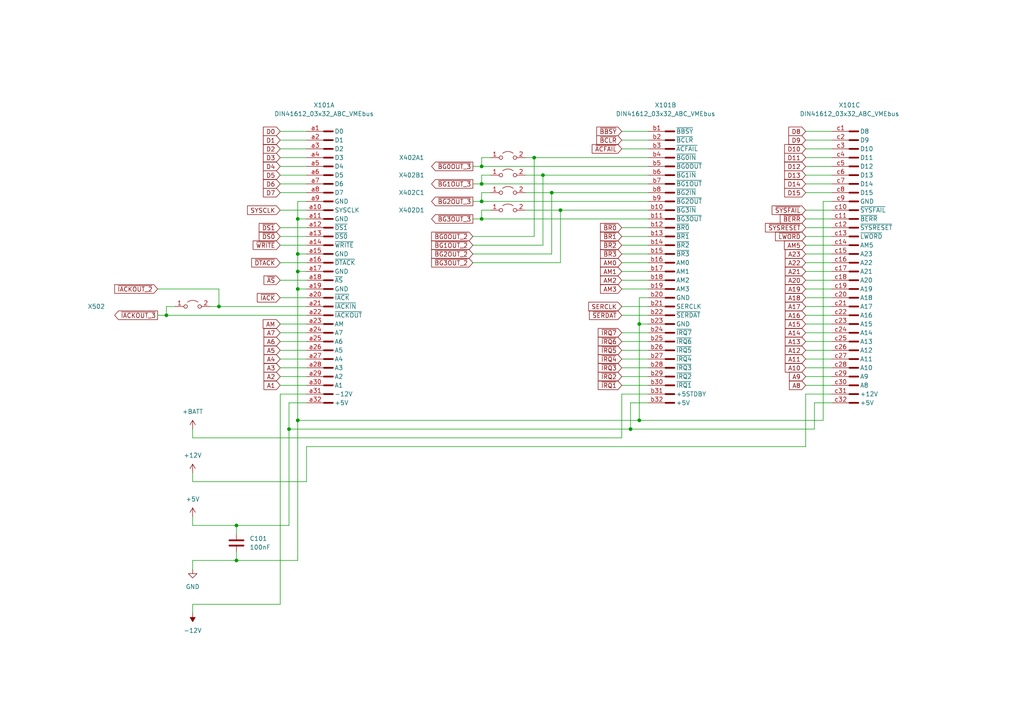
<source format=kicad_sch>
(kicad_sch (version 20211123) (generator eeschema)
  (paper "A4")
  (title_block (title "SOCKET 1") (date "2023-10-10") (rev "1") (company "(C) TOM STOREY") (comment 1 "FREE FOR NON-COMMERCIAL USE"))
  (lib_symbols
    (symbol "COMET symbols:C" (pin_numbers hide) (pin_names hide)
      (property "Reference" "C" (at 0 0 0))
      (property "Value" "C" (at 0 0 0))
      (symbol "C_0_1"
        (polyline (pts (xy -2.032 -0.762) (xy 2.032 -0.762)) (stroke (width 0.508)))
        (polyline (pts (xy -2.032 0.762) (xy 2.032 0.762)) (stroke (width 0.508)))
      )
      (symbol "C_1_1"
        (pin passive line (at 0 2.54 270) (length 1.524) (name "~") (number "1"))
        (pin passive line (at 0 -2.54 90) (length 1.524) (name "~") (number "2"))
      )
    )
    (symbol "COMET symbols:DIN41612_03x32_ABC_VMEbus" (pin_names (offset 3.048))
      (property "Reference" "X1" (at -20.32 45.72 0))
      (property "Value" "DIN41612_03x32_ABC_VMEbus" (at -20.32 43.18 0))
      (symbol "DIN41612_03x32_ABC_VMEbus_1_1"
        (polyline (pts (xy 0 -40.64) (xy 2.54 -40.64)) (stroke (width 0.508)))
        (polyline (pts (xy 0 -38.1) (xy 2.54 -38.1)) (stroke (width 0.508)))
        (polyline (pts (xy 0 -35.56) (xy 2.54 -35.56)) (stroke (width 0.508)))
        (polyline (pts (xy 0 -33.02) (xy 2.54 -33.02)) (stroke (width 0.508)))
        (polyline (pts (xy 0 -30.48) (xy 2.54 -30.48)) (stroke (width 0.508)))
        (polyline (pts (xy 0 -27.94) (xy 2.54 -27.94)) (stroke (width 0.508)))
        (polyline (pts (xy 0 -25.4) (xy 2.54 -25.4)) (stroke (width 0.508)))
        (polyline (pts (xy 0 -22.86) (xy 2.54 -22.86)) (stroke (width 0.508)))
        (polyline (pts (xy 0 -20.32) (xy 2.54 -20.32)) (stroke (width 0.508)))
        (polyline (pts (xy 0 -17.78) (xy 2.54 -17.78)) (stroke (width 0.508)))
        (polyline (pts (xy 0 -15.24) (xy 2.54 -15.24)) (stroke (width 0.508)))
        (polyline (pts (xy 0 -12.7) (xy 2.54 -12.7)) (stroke (width 0.508)))
        (polyline (pts (xy 0 -10.16) (xy 2.54 -10.16)) (stroke (width 0.508)))
        (polyline (pts (xy 0 -7.62) (xy 2.54 -7.62)) (stroke (width 0.508)))
        (polyline (pts (xy 0 -5.08) (xy 2.54 -5.08)) (stroke (width 0.508)))
        (polyline (pts (xy 0 -2.54) (xy 2.54 -2.54)) (stroke (width 0.508)))
        (polyline (pts (xy 0 0) (xy 2.54 0)) (stroke (width 0.508)))
        (polyline (pts (xy 0 2.54) (xy 2.54 2.54)) (stroke (width 0.508)))
        (polyline (pts (xy 0 5.08) (xy 2.54 5.08)) (stroke (width 0.508)))
        (polyline (pts (xy 0 7.62) (xy 2.54 7.62)) (stroke (width 0.508)))
        (polyline (pts (xy 0 10.16) (xy 2.54 10.16)) (stroke (width 0.508)))
        (polyline (pts (xy 0 12.7) (xy 2.54 12.7)) (stroke (width 0.508)))
        (polyline (pts (xy 0 15.24) (xy 2.54 15.24)) (stroke (width 0.508)))
        (polyline (pts (xy 0 17.78) (xy 2.54 17.78)) (stroke (width 0.508)))
        (polyline (pts (xy 0 20.32) (xy 2.54 20.32)) (stroke (width 0.508)))
        (polyline (pts (xy 0 22.86) (xy 2.54 22.86)) (stroke (width 0.508)))
        (polyline (pts (xy 0 25.4) (xy 2.54 25.4)) (stroke (width 0.508)))
        (polyline (pts (xy 0 27.94) (xy 2.54 27.94)) (stroke (width 0.508)))
        (polyline (pts (xy 0 30.48) (xy 2.54 30.48)) (stroke (width 0.508)))
        (polyline (pts (xy 0 33.02) (xy 2.54 33.02)) (stroke (width 0.508)))
        (polyline (pts (xy 0 35.56) (xy 2.54 35.56)) (stroke (width 0.508)))
        (polyline (pts (xy 0 38.1) (xy 2.54 38.1)) (stroke (width 0.508)))
        (pin passive line (at -5.08 38.1 0) (length 5.08) (name "D0") (number "a1"))
        (pin passive line (at -5.08 15.24 0) (length 5.08) (name "SYSCLK") (number "a10"))
        (pin passive line (at -5.08 12.7 0) (length 5.08) (name "GND") (number "a11"))
        (pin passive line (at -5.08 10.16 0) (length 5.08) (name "~{DS1}") (number "a12"))
        (pin passive line (at -5.08 7.62 0) (length 5.08) (name "~{DS0}") (number "a13"))
        (pin passive line (at -5.08 5.08 0) (length 5.08) (name "~{WRITE}") (number "a14"))
        (pin passive line (at -5.08 2.54 0) (length 5.08) (name "GND") (number "a15"))
        (pin passive line (at -5.08 0 0) (length 5.08) (name "~{DTACK}") (number "a16"))
        (pin passive line (at -5.08 -2.54 0) (length 5.08) (name "GND") (number "a17"))
        (pin passive line (at -5.08 -5.08 0) (length 5.08) (name "~{AS}") (number "a18"))
        (pin passive line (at -5.08 -7.62 0) (length 5.08) (name "GND") (number "a19"))
        (pin passive line (at -5.08 35.56 0) (length 5.08) (name "D1") (number "a2"))
        (pin passive line (at -5.08 -10.16 0) (length 5.08) (name "~{IACK}") (number "a20"))
        (pin passive line (at -5.08 -12.7 0) (length 5.08) (name "~{IACKIN}") (number "a21"))
        (pin passive line (at -5.08 -15.24 0) (length 5.08) (name "~{IACKOUT}") (number "a22"))
        (pin passive line (at -5.08 -17.78 0) (length 5.08) (name "AM") (number "a23"))
        (pin passive line (at -5.08 -20.32 0) (length 5.08) (name "A7") (number "a24"))
        (pin passive line (at -5.08 -22.86 0) (length 5.08) (name "A6") (number "a25"))
        (pin passive line (at -5.08 -25.4 0) (length 5.08) (name "A5") (number "a26"))
        (pin passive line (at -5.08 -27.94 0) (length 5.08) (name "A4") (number "a27"))
        (pin passive line (at -5.08 -30.48 0) (length 5.08) (name "A3") (number "a28"))
        (pin passive line (at -5.08 -33.02 0) (length 5.08) (name "A2") (number "a29"))
        (pin passive line (at -5.08 33.02 0) (length 5.08) (name "D2") (number "a3"))
        (pin passive line (at -5.08 -35.56 0) (length 5.08) (name "A1") (number "a30"))
        (pin passive line (at -5.08 -38.1 0) (length 5.08) (name "-12V") (number "a31"))
        (pin passive line (at -5.08 -40.64 0) (length 5.08) (name "+5V") (number "a32"))
        (pin passive line (at -5.08 30.48 0) (length 5.08) (name "D3") (number "a4"))
        (pin passive line (at -5.08 27.94 0) (length 5.08) (name "D4") (number "a5"))
        (pin passive line (at -5.08 25.4 0) (length 5.08) (name "D5") (number "a6"))
        (pin passive line (at -5.08 22.86 0) (length 5.08) (name "D6") (number "a7"))
        (pin passive line (at -5.08 20.32 0) (length 5.08) (name "D7") (number "a8"))
        (pin passive line (at -5.08 17.78 0) (length 5.08) (name "GND") (number "a9"))
      )
      (symbol "DIN41612_03x32_ABC_VMEbus_2_1"
        (polyline (pts (xy 0 -40.64) (xy 2.54 -40.64)) (stroke (width 0.508)))
        (polyline (pts (xy 0 -38.1) (xy 2.54 -38.1)) (stroke (width 0.508)))
        (polyline (pts (xy 0 -35.56) (xy 2.54 -35.56)) (stroke (width 0.508)))
        (polyline (pts (xy 0 -33.02) (xy 2.54 -33.02)) (stroke (width 0.508)))
        (polyline (pts (xy 0 -30.48) (xy 2.54 -30.48)) (stroke (width 0.508)))
        (polyline (pts (xy 0 -27.94) (xy 2.54 -27.94)) (stroke (width 0.508)))
        (polyline (pts (xy 0 -25.4) (xy 2.54 -25.4)) (stroke (width 0.508)))
        (polyline (pts (xy 0 -22.86) (xy 2.54 -22.86)) (stroke (width 0.508)))
        (polyline (pts (xy 0 -20.32) (xy 2.54 -20.32)) (stroke (width 0.508)))
        (polyline (pts (xy 0 -17.78) (xy 2.54 -17.78)) (stroke (width 0.508)))
        (polyline (pts (xy 0 -15.24) (xy 2.54 -15.24)) (stroke (width 0.508)))
        (polyline (pts (xy 0 -12.7) (xy 2.54 -12.7)) (stroke (width 0.508)))
        (polyline (pts (xy 0 -10.16) (xy 2.54 -10.16)) (stroke (width 0.508)))
        (polyline (pts (xy 0 -7.62) (xy 2.54 -7.62)) (stroke (width 0.508)))
        (polyline (pts (xy 0 -5.08) (xy 2.54 -5.08)) (stroke (width 0.508)))
        (polyline (pts (xy 0 -2.54) (xy 2.54 -2.54)) (stroke (width 0.508)))
        (polyline (pts (xy 0 0) (xy 2.54 0)) (stroke (width 0.508)))
        (polyline (pts (xy 0 2.54) (xy 2.54 2.54)) (stroke (width 0.508)))
        (polyline (pts (xy 0 5.08) (xy 2.54 5.08)) (stroke (width 0.508)))
        (polyline (pts (xy 0 7.62) (xy 2.54 7.62)) (stroke (width 0.508)))
        (polyline (pts (xy 0 10.16) (xy 2.54 10.16)) (stroke (width 0.508)))
        (polyline (pts (xy 0 12.7) (xy 2.54 12.7)) (stroke (width 0.508)))
        (polyline (pts (xy 0 15.24) (xy 2.54 15.24)) (stroke (width 0.508)))
        (polyline (pts (xy 0 17.78) (xy 2.54 17.78)) (stroke (width 0.508)))
        (polyline (pts (xy 0 20.32) (xy 2.54 20.32)) (stroke (width 0.508)))
        (polyline (pts (xy 0 22.86) (xy 2.54 22.86)) (stroke (width 0.508)))
        (polyline (pts (xy 0 25.4) (xy 2.54 25.4)) (stroke (width 0.508)))
        (polyline (pts (xy 0 27.94) (xy 2.54 27.94)) (stroke (width 0.508)))
        (polyline (pts (xy 0 30.48) (xy 2.54 30.48)) (stroke (width 0.508)))
        (polyline (pts (xy 0 33.02) (xy 2.54 33.02)) (stroke (width 0.508)))
        (polyline (pts (xy 0 35.56) (xy 2.54 35.56)) (stroke (width 0.508)))
        (polyline (pts (xy 0 38.1) (xy 2.54 38.1)) (stroke (width 0.508)))
        (pin passive line (at -5.08 38.1 0) (length 5.08) (name "~{BBSY}") (number "b1"))
        (pin passive line (at -5.08 15.24 0) (length 5.08) (name "~{BG3IN}") (number "b10"))
        (pin passive line (at -5.08 12.7 0) (length 5.08) (name "~{BG3OUT}") (number "b11"))
        (pin passive line (at -5.08 10.16 0) (length 5.08) (name "~{BR0}") (number "b12"))
        (pin passive line (at -5.08 7.62 0) (length 5.08) (name "~{BR1}") (number "b13"))
        (pin passive line (at -5.08 5.08 0) (length 5.08) (name "~{BR2}") (number "b14"))
        (pin passive line (at -5.08 2.54 0) (length 5.08) (name "~{BR3}") (number "b15"))
        (pin passive line (at -5.08 0 0) (length 5.08) (name "AM0") (number "b16"))
        (pin passive line (at -5.08 -2.54 0) (length 5.08) (name "AM1") (number "b17"))
        (pin passive line (at -5.08 -5.08 0) (length 5.08) (name "AM2") (number "b18"))
        (pin passive line (at -5.08 -7.62 0) (length 5.08) (name "AM3") (number "b19"))
        (pin passive line (at -5.08 35.56 0) (length 5.08) (name "~{BCLR}") (number "b2"))
        (pin passive line (at -5.08 -10.16 0) (length 5.08) (name "GND") (number "b20"))
        (pin passive line (at -5.08 -12.7 0) (length 5.08) (name "SERCLK") (number "b21"))
        (pin passive line (at -5.08 -15.24 0) (length 5.08) (name "~{SERDAT}") (number "b22"))
        (pin passive line (at -5.08 -17.78 0) (length 5.08) (name "GND") (number "b23"))
        (pin passive line (at -5.08 -20.32 0) (length 5.08) (name "~{IRQ7}") (number "b24"))
        (pin passive line (at -5.08 -22.86 0) (length 5.08) (name "~{IRQ6}") (number "b25"))
        (pin passive line (at -5.08 -25.4 0) (length 5.08) (name "~{IRQ5}") (number "b26"))
        (pin passive line (at -5.08 -27.94 0) (length 5.08) (name "~{IRQ4}") (number "b27"))
        (pin passive line (at -5.08 -30.48 0) (length 5.08) (name "~{IRQ3}") (number "b28"))
        (pin passive line (at -5.08 -33.02 0) (length 5.08) (name "~{IRQ2}") (number "b29"))
        (pin passive line (at -5.08 33.02 0) (length 5.08) (name "~{ACFAIL}") (number "b3"))
        (pin passive line (at -5.08 -35.56 0) (length 5.08) (name "~{IRQ1}") (number "b30"))
        (pin passive line (at -5.08 -38.1 0) (length 5.08) (name "+5STDBY") (number "b31"))
        (pin passive line (at -5.08 -40.64 0) (length 5.08) (name "+5V") (number "b32"))
        (pin passive line (at -5.08 30.48 0) (length 5.08) (name "~{BG0IN}") (number "b4"))
        (pin passive line (at -5.08 27.94 0) (length 5.08) (name "~{BG0OUT}") (number "b5"))
        (pin passive line (at -5.08 25.4 0) (length 5.08) (name "~{BG1IN}") (number "b6"))
        (pin passive line (at -5.08 22.86 0) (length 5.08) (name "~{BG1OUT}") (number "b7"))
        (pin passive line (at -5.08 20.32 0) (length 5.08) (name "~{BG2IN}") (number "b8"))
        (pin passive line (at -5.08 17.78 0) (length 5.08) (name "~{BG2OUT}") (number "b9"))
      )
      (symbol "DIN41612_03x32_ABC_VMEbus_3_1"
        (polyline (pts (xy 0 -40.64) (xy 2.54 -40.64)) (stroke (width 0.508)))
        (polyline (pts (xy 0 -38.1) (xy 2.54 -38.1)) (stroke (width 0.508)))
        (polyline (pts (xy 0 -35.56) (xy 2.54 -35.56)) (stroke (width 0.508)))
        (polyline (pts (xy 0 -33.02) (xy 2.54 -33.02)) (stroke (width 0.508)))
        (polyline (pts (xy 0 -30.48) (xy 2.54 -30.48)) (stroke (width 0.508)))
        (polyline (pts (xy 0 -27.94) (xy 2.54 -27.94)) (stroke (width 0.508)))
        (polyline (pts (xy 0 -25.4) (xy 2.54 -25.4)) (stroke (width 0.508)))
        (polyline (pts (xy 0 -22.86) (xy 2.54 -22.86)) (stroke (width 0.508)))
        (polyline (pts (xy 0 -20.32) (xy 2.54 -20.32)) (stroke (width 0.508)))
        (polyline (pts (xy 0 -17.78) (xy 2.54 -17.78)) (stroke (width 0.508)))
        (polyline (pts (xy 0 -15.24) (xy 2.54 -15.24)) (stroke (width 0.508)))
        (polyline (pts (xy 0 -12.7) (xy 2.54 -12.7)) (stroke (width 0.508)))
        (polyline (pts (xy 0 -10.16) (xy 2.54 -10.16)) (stroke (width 0.508)))
        (polyline (pts (xy 0 -7.62) (xy 2.54 -7.62)) (stroke (width 0.508)))
        (polyline (pts (xy 0 -5.08) (xy 2.54 -5.08)) (stroke (width 0.508)))
        (polyline (pts (xy 0 -2.54) (xy 2.54 -2.54)) (stroke (width 0.508)))
        (polyline (pts (xy 0 0) (xy 2.54 0)) (stroke (width 0.508)))
        (polyline (pts (xy 0 2.54) (xy 2.54 2.54)) (stroke (width 0.508)))
        (polyline (pts (xy 0 5.08) (xy 2.54 5.08)) (stroke (width 0.508)))
        (polyline (pts (xy 0 7.62) (xy 2.54 7.62)) (stroke (width 0.508)))
        (polyline (pts (xy 0 10.16) (xy 2.54 10.16)) (stroke (width 0.508)))
        (polyline (pts (xy 0 12.7) (xy 2.54 12.7)) (stroke (width 0.508)))
        (polyline (pts (xy 0 15.24) (xy 2.54 15.24)) (stroke (width 0.508)))
        (polyline (pts (xy 0 17.78) (xy 2.54 17.78)) (stroke (width 0.508)))
        (polyline (pts (xy 0 20.32) (xy 2.54 20.32)) (stroke (width 0.508)))
        (polyline (pts (xy 0 22.86) (xy 2.54 22.86)) (stroke (width 0.508)))
        (polyline (pts (xy 0 25.4) (xy 2.54 25.4)) (stroke (width 0.508)))
        (polyline (pts (xy 0 27.94) (xy 2.54 27.94)) (stroke (width 0.508)))
        (polyline (pts (xy 0 30.48) (xy 2.54 30.48)) (stroke (width 0.508)))
        (polyline (pts (xy 0 33.02) (xy 2.54 33.02)) (stroke (width 0.508)))
        (polyline (pts (xy 0 35.56) (xy 2.54 35.56)) (stroke (width 0.508)))
        (polyline (pts (xy 0 38.1) (xy 2.54 38.1)) (stroke (width 0.508)))
        (pin passive line (at -5.08 38.1 0) (length 5.08) (name "D8") (number "c1"))
        (pin passive line (at -5.08 15.24 0) (length 5.08) (name "~{SYSFAIL}") (number "c10"))
        (pin passive line (at -5.08 12.7 0) (length 5.08) (name "~{BERR}") (number "c11"))
        (pin passive line (at -5.08 10.16 0) (length 5.08) (name "~{SYSRESET}") (number "c12"))
        (pin passive line (at -5.08 7.62 0) (length 5.08) (name "~{LWORD}") (number "c13"))
        (pin passive line (at -5.08 5.08 0) (length 5.08) (name "AM5") (number "c14"))
        (pin passive line (at -5.08 2.54 0) (length 5.08) (name "A23") (number "c15"))
        (pin passive line (at -5.08 0 0) (length 5.08) (name "A22") (number "c16"))
        (pin passive line (at -5.08 -2.54 0) (length 5.08) (name "A21") (number "c17"))
        (pin passive line (at -5.08 -5.08 0) (length 5.08) (name "A20") (number "c18"))
        (pin passive line (at -5.08 -7.62 0) (length 5.08) (name "A19") (number "c19"))
        (pin passive line (at -5.08 35.56 0) (length 5.08) (name "D9") (number "c2"))
        (pin passive line (at -5.08 -10.16 0) (length 5.08) (name "A18") (number "c20"))
        (pin passive line (at -5.08 -12.7 0) (length 5.08) (name "A17") (number "c21"))
        (pin passive line (at -5.08 -15.24 0) (length 5.08) (name "A16") (number "c22"))
        (pin passive line (at -5.08 -17.78 0) (length 5.08) (name "A15") (number "c23"))
        (pin passive line (at -5.08 -20.32 0) (length 5.08) (name "A14") (number "c24"))
        (pin passive line (at -5.08 -22.86 0) (length 5.08) (name "A13") (number "c25"))
        (pin passive line (at -5.08 -25.4 0) (length 5.08) (name "A12") (number "c26"))
        (pin passive line (at -5.08 -27.94 0) (length 5.08) (name "A11") (number "c27"))
        (pin passive line (at -5.08 -30.48 0) (length 5.08) (name "A10") (number "c28"))
        (pin passive line (at -5.08 -33.02 0) (length 5.08) (name "A9") (number "c29"))
        (pin passive line (at -5.08 33.02 0) (length 5.08) (name "D10") (number "c3"))
        (pin passive line (at -5.08 -35.56 0) (length 5.08) (name "A8") (number "c30"))
        (pin passive line (at -5.08 -38.1 0) (length 5.08) (name "+12V") (number "c31"))
        (pin passive line (at -5.08 -40.64 0) (length 5.08) (name "+5V") (number "c32"))
        (pin passive line (at -5.08 30.48 0) (length 5.08) (name "D11") (number "c4"))
        (pin passive line (at -5.08 27.94 0) (length 5.08) (name "D12") (number "c5"))
        (pin passive line (at -5.08 25.4 0) (length 5.08) (name "D13") (number "c6"))
        (pin passive line (at -5.08 22.86 0) (length 5.08) (name "D14") (number "c7"))
        (pin passive line (at -5.08 20.32 0) (length 5.08) (name "D15") (number "c8"))
        (pin passive line (at -5.08 17.78 0) (length 5.08) (name "GND") (number "c9"))
      )
    )
    (symbol "Jumper:Jumper_2_Open" (pin_names (offset 0) hide)
      (property "Reference" "JP" (at 0 2.794 0))
      (property "Value" "Jumper_2_Open" (at 0 -2.286 0))
      (symbol "Jumper_2_Open_0_0"
        (circle (center -2.032 0) (radius 0.508))
        (circle (center 2.032 0) (radius 0.508))
      )
      (symbol "Jumper_2_Open_0_1"
        (arc (start 1.524 1.27) (mid 0 1.778) (end -1.524 1.27))
      )
      (symbol "Jumper_2_Open_1_1"
        (pin passive line (at -5.08 0 0) (length 2.54) (name "A") (number "1"))
        (pin passive line (at 5.08 0 180) (length 2.54) (name "B") (number "2"))
      )
    )
    (symbol "power:+12V" (power) (pin_names (offset 0))
      (property "Value" "+12V" (at 0 3.556 0))
      (symbol "+12V_0_1"
        (polyline (pts (xy -0.762 1.27) (xy 0 2.54)))
        (polyline (pts (xy 0 0) (xy 0 2.54)))
        (polyline (pts (xy 0 2.54) (xy 0.762 1.27)))
      )
      (symbol "+12V_1_1"
        (pin power_in line (at 0 0 90) (length 0) hide (name "+12V") (number "1"))
      )
    )
    (symbol "power:+5V" (power) (pin_names (offset 0))
      (property "Value" "+5V" (at 0 3.556 0))
      (symbol "+5V_0_1"
        (polyline (pts (xy -0.762 1.27) (xy 0 2.54)))
        (polyline (pts (xy 0 0) (xy 0 2.54)))
        (polyline (pts (xy 0 2.54) (xy 0.762 1.27)))
      )
      (symbol "+5V_1_1"
        (pin power_in line (at 0 0 90) (length 0) hide (name "+5V") (number "1"))
      )
    )
    (symbol "power:+BATT" (power) (pin_names (offset 0))
      (property "Value" "+BATT" (at 0 3.556 0))
      (symbol "+BATT_0_1"
        (polyline (pts (xy -0.762 1.27) (xy 0 2.54)))
        (polyline (pts (xy 0 0) (xy 0 2.54)))
        (polyline (pts (xy 0 2.54) (xy 0.762 1.27)))
      )
      (symbol "+BATT_1_1"
        (pin power_in line (at 0 0 90) (length 0) hide (name "+BATT") (number "1"))
      )
    )
    (symbol "power:-12V" (power) (pin_names (offset 0))
      (property "Value" "-12V" (at 0 3.81 0))
      (symbol "-12V_0_0"
        (pin power_in line (at 0 0 90) (length 0) hide (name "-12V") (number "1"))
      )
      (symbol "-12V_0_1"
        (polyline (pts (xy 0 0) (xy 0 1.27) (xy 0.762 1.27) (xy 0 2.54) (xy -0.762 1.27) (xy 0 1.27)) (fill (type outline)))
      )
    )
    (symbol "power:GND" (power) (pin_names (offset 0))
      (property "Value" "GND" (at 0 -3.81 0))
      (symbol "GND_0_1"
        (polyline (pts (xy 0 0) (xy 0 -1.27) (xy 1.27 -1.27) (xy 0 -2.54) (xy -1.27 -1.27) (xy 0 -1.27)))
      )
      (symbol "GND_1_1"
        (pin power_in line (at 0 0 270) (length 0) hide (name "GND") (number "1"))
      )
    )
  )
  (junction (at 157.48 50.8))
  (junction (at 63.5 88.9))
  (junction (at 86.36 83.82))
  (junction (at 139.7 58.42))
  (junction (at 139.7 63.5))
  (junction (at 86.36 63.5))
  (junction (at 48.26 91.44))
  (junction (at 154.94 45.72))
  (junction (at 139.7 53.34))
  (junction (at 86.36 78.74))
  (junction (at 139.7 48.26))
  (junction (at 185.42 93.98))
  (junction (at 185.42 121.92))
  (junction (at 83.82 124.46))
  (junction (at 160.02 55.88))
  (junction (at 162.56 60.96))
  (junction (at 86.36 73.66))
  (junction (at 68.58 152.4))
  (junction (at 182.88 124.46))
  (junction (at 68.58 162.56))
  (junction (at 86.36 121.92))
  (wire (pts (xy 238.76 58.42) (xy 238.76 121.92)))
  (wire (pts (xy 137.16 73.66) (xy 160.02 73.66)))
  (wire (pts (xy 152.4 50.8) (xy 157.48 50.8)))
  (wire (pts (xy 180.34 83.82) (xy 187.96 83.82)))
  (wire (pts (xy 233.68 106.68) (xy 241.3 106.68)))
  (wire (pts (xy 81.28 60.96) (xy 88.9 60.96)))
  (wire (pts (xy 180.34 43.18) (xy 187.96 43.18)))
  (wire (pts (xy 68.58 160.02) (xy 68.58 162.56)))
  (wire (pts (xy 137.16 53.34) (xy 139.7 53.34)))
  (wire (pts (xy 233.68 55.88) (xy 241.3 55.88)))
  (wire (pts (xy 233.68 91.44) (xy 241.3 91.44)))
  (wire (pts (xy 86.36 78.74) (xy 88.9 78.74)))
  (wire (pts (xy 81.28 106.68) (xy 88.9 106.68)))
  (wire (pts (xy 137.16 63.5) (xy 139.7 63.5)))
  (wire (pts (xy 233.68 71.12) (xy 241.3 71.12)))
  (wire (pts (xy 180.34 127) (xy 180.34 114.3)))
  (wire (pts (xy 233.68 114.3) (xy 241.3 114.3)))
  (wire (pts (xy 139.7 45.72) (xy 139.7 48.26)))
  (wire (pts (xy 81.28 50.8) (xy 88.9 50.8)))
  (wire (pts (xy 233.68 86.36) (xy 241.3 86.36)))
  (wire (pts (xy 86.36 121.92) (xy 185.42 121.92)))
  (wire (pts (xy 157.48 50.8) (xy 157.48 71.12)))
  (wire (pts (xy 60.96 88.9) (xy 63.5 88.9)))
  (wire (pts (xy 55.88 177.8) (xy 55.88 175.26)))
  (wire (pts (xy 182.88 116.84) (xy 182.88 124.46)))
  (wire (pts (xy 185.42 86.36) (xy 185.42 93.98)))
  (wire (pts (xy 81.28 93.98) (xy 88.9 93.98)))
  (wire (pts (xy 55.88 139.7) (xy 88.9 139.7)))
  (wire (pts (xy 182.88 124.46) (xy 236.22 124.46)))
  (wire (pts (xy 236.22 116.84) (xy 241.3 116.84)))
  (wire (pts (xy 180.34 71.12) (xy 187.96 71.12)))
  (wire (pts (xy 233.68 38.1) (xy 241.3 38.1)))
  (wire (pts (xy 233.68 53.34) (xy 241.3 53.34)))
  (wire (pts (xy 55.88 149.86) (xy 55.88 152.4)))
  (wire (pts (xy 185.42 93.98) (xy 187.96 93.98)))
  (wire (pts (xy 86.36 78.74) (xy 86.36 83.82)))
  (wire (pts (xy 81.28 66.04) (xy 88.9 66.04)))
  (wire (pts (xy 180.34 111.76) (xy 187.96 111.76)))
  (wire (pts (xy 233.68 104.14) (xy 241.3 104.14)))
  (wire (pts (xy 180.34 96.52) (xy 187.96 96.52)))
  (wire (pts (xy 180.34 88.9) (xy 187.96 88.9)))
  (wire (pts (xy 55.88 175.26) (xy 81.28 175.26)))
  (wire (pts (xy 139.7 60.96) (xy 142.24 60.96)))
  (wire (pts (xy 162.56 60.96) (xy 162.56 76.2)))
  (wire (pts (xy 139.7 58.42) (xy 187.96 58.42)))
  (wire (pts (xy 187.96 116.84) (xy 182.88 116.84)))
  (wire (pts (xy 55.88 137.16) (xy 55.88 139.7)))
  (wire (pts (xy 81.28 38.1) (xy 88.9 38.1)))
  (wire (pts (xy 81.28 86.36) (xy 88.9 86.36)))
  (wire (pts (xy 86.36 58.42) (xy 86.36 63.5)))
  (wire (pts (xy 160.02 55.88) (xy 160.02 73.66)))
  (wire (pts (xy 83.82 152.4) (xy 83.82 124.46)))
  (wire (pts (xy 55.88 124.46) (xy 55.88 127)))
  (wire (pts (xy 139.7 60.96) (xy 139.7 63.5)))
  (wire (pts (xy 180.34 40.64) (xy 187.96 40.64)))
  (wire (pts (xy 81.28 81.28) (xy 88.9 81.28)))
  (wire (pts (xy 142.24 55.88) (xy 139.7 55.88)))
  (wire (pts (xy 180.34 73.66) (xy 187.96 73.66)))
  (wire (pts (xy 233.68 68.58) (xy 241.3 68.58)))
  (wire (pts (xy 233.68 99.06) (xy 241.3 99.06)))
  (wire (pts (xy 233.68 101.6) (xy 241.3 101.6)))
  (wire (pts (xy 233.68 48.26) (xy 241.3 48.26)))
  (wire (pts (xy 160.02 55.88) (xy 187.96 55.88)))
  (wire (pts (xy 233.68 129.54) (xy 233.68 114.3)))
  (wire (pts (xy 81.28 43.18) (xy 88.9 43.18)))
  (wire (pts (xy 81.28 76.2) (xy 88.9 76.2)))
  (wire (pts (xy 86.36 83.82) (xy 86.36 121.92)))
  (wire (pts (xy 180.34 104.14) (xy 187.96 104.14)))
  (wire (pts (xy 152.4 45.72) (xy 154.94 45.72)))
  (wire (pts (xy 86.36 63.5) (xy 86.36 73.66)))
  (wire (pts (xy 180.34 68.58) (xy 187.96 68.58)))
  (wire (pts (xy 180.34 76.2) (xy 187.96 76.2)))
  (wire (pts (xy 142.24 50.8) (xy 139.7 50.8)))
  (wire (pts (xy 139.7 55.88) (xy 139.7 58.42)))
  (wire (pts (xy 233.68 88.9) (xy 241.3 88.9)))
  (wire (pts (xy 68.58 152.4) (xy 68.58 154.94)))
  (wire (pts (xy 152.4 55.88) (xy 160.02 55.88)))
  (wire (pts (xy 139.7 63.5) (xy 187.96 63.5)))
  (wire (pts (xy 83.82 124.46) (xy 182.88 124.46)))
  (wire (pts (xy 55.88 152.4) (xy 68.58 152.4)))
  (wire (pts (xy 81.28 48.26) (xy 88.9 48.26)))
  (wire (pts (xy 233.68 81.28) (xy 241.3 81.28)))
  (wire (pts (xy 88.9 116.84) (xy 83.82 116.84)))
  (wire (pts (xy 81.28 45.72) (xy 88.9 45.72)))
  (wire (pts (xy 63.5 88.9) (xy 63.5 83.82)))
  (wire (pts (xy 68.58 162.56) (xy 55.88 162.56)))
  (wire (pts (xy 233.68 43.18) (xy 241.3 43.18)))
  (wire (pts (xy 233.68 50.8) (xy 241.3 50.8)))
  (wire (pts (xy 233.68 45.72) (xy 241.3 45.72)))
  (wire (pts (xy 81.28 175.26) (xy 81.28 114.3)))
  (wire (pts (xy 180.34 91.44) (xy 187.96 91.44)))
  (wire (pts (xy 180.34 106.68) (xy 187.96 106.68)))
  (wire (pts (xy 83.82 116.84) (xy 83.82 124.46)))
  (wire (pts (xy 88.9 129.54) (xy 88.9 139.7)))
  (wire (pts (xy 86.36 73.66) (xy 88.9 73.66)))
  (wire (pts (xy 81.28 101.6) (xy 88.9 101.6)))
  (wire (pts (xy 48.26 91.44) (xy 88.9 91.44)))
  (wire (pts (xy 233.68 76.2) (xy 241.3 76.2)))
  (wire (pts (xy 68.58 152.4) (xy 83.82 152.4)))
  (wire (pts (xy 139.7 50.8) (xy 139.7 53.34)))
  (wire (pts (xy 142.24 45.72) (xy 139.7 45.72)))
  (wire (pts (xy 137.16 71.12) (xy 157.48 71.12)))
  (wire (pts (xy 86.36 162.56) (xy 68.58 162.56)))
  (wire (pts (xy 180.34 81.28) (xy 187.96 81.28)))
  (wire (pts (xy 241.3 58.42) (xy 238.76 58.42)))
  (wire (pts (xy 86.36 73.66) (xy 86.36 78.74)))
  (wire (pts (xy 81.28 104.14) (xy 88.9 104.14)))
  (wire (pts (xy 81.28 96.52) (xy 88.9 96.52)))
  (wire (pts (xy 139.7 53.34) (xy 187.96 53.34)))
  (wire (pts (xy 81.28 53.34) (xy 88.9 53.34)))
  (wire (pts (xy 180.34 66.04) (xy 187.96 66.04)))
  (wire (pts (xy 88.9 58.42) (xy 86.36 58.42)))
  (wire (pts (xy 55.88 162.56) (xy 55.88 165.1)))
  (wire (pts (xy 233.68 40.64) (xy 241.3 40.64)))
  (wire (pts (xy 180.34 109.22) (xy 187.96 109.22)))
  (wire (pts (xy 88.9 129.54) (xy 233.68 129.54)))
  (wire (pts (xy 233.68 78.74) (xy 241.3 78.74)))
  (wire (pts (xy 233.68 93.98) (xy 241.3 93.98)))
  (wire (pts (xy 180.34 101.6) (xy 187.96 101.6)))
  (wire (pts (xy 81.28 68.58) (xy 88.9 68.58)))
  (wire (pts (xy 45.72 91.44) (xy 48.26 91.44)))
  (wire (pts (xy 137.16 58.42) (xy 139.7 58.42)))
  (wire (pts (xy 81.28 40.64) (xy 88.9 40.64)))
  (wire (pts (xy 233.68 60.96) (xy 241.3 60.96)))
  (wire (pts (xy 233.68 96.52) (xy 241.3 96.52)))
  (wire (pts (xy 154.94 45.72) (xy 187.96 45.72)))
  (wire (pts (xy 152.4 60.96) (xy 162.56 60.96)))
  (wire (pts (xy 233.68 66.04) (xy 241.3 66.04)))
  (wire (pts (xy 81.28 114.3) (xy 88.9 114.3)))
  (wire (pts (xy 86.36 63.5) (xy 88.9 63.5)))
  (wire (pts (xy 81.28 111.76) (xy 88.9 111.76)))
  (wire (pts (xy 185.42 121.92) (xy 238.76 121.92)))
  (wire (pts (xy 233.68 63.5) (xy 241.3 63.5)))
  (wire (pts (xy 45.72 83.82) (xy 63.5 83.82)))
  (wire (pts (xy 233.68 111.76) (xy 241.3 111.76)))
  (wire (pts (xy 180.34 78.74) (xy 187.96 78.74)))
  (wire (pts (xy 233.68 83.82) (xy 241.3 83.82)))
  (wire (pts (xy 157.48 50.8) (xy 187.96 50.8)))
  (wire (pts (xy 139.7 48.26) (xy 187.96 48.26)))
  (wire (pts (xy 86.36 83.82) (xy 88.9 83.82)))
  (wire (pts (xy 236.22 124.46) (xy 236.22 116.84)))
  (wire (pts (xy 187.96 86.36) (xy 185.42 86.36)))
  (wire (pts (xy 55.88 127) (xy 180.34 127)))
  (wire (pts (xy 81.28 71.12) (xy 88.9 71.12)))
  (wire (pts (xy 63.5 88.9) (xy 88.9 88.9)))
  (wire (pts (xy 233.68 73.66) (xy 241.3 73.66)))
  (wire (pts (xy 233.68 109.22) (xy 241.3 109.22)))
  (wire (pts (xy 81.28 55.88) (xy 88.9 55.88)))
  (wire (pts (xy 81.28 99.06) (xy 88.9 99.06)))
  (wire (pts (xy 162.56 60.96) (xy 187.96 60.96)))
  (wire (pts (xy 50.8 88.9) (xy 48.26 88.9)))
  (wire (pts (xy 86.36 121.92) (xy 86.36 162.56)))
  (wire (pts (xy 137.16 68.58) (xy 154.94 68.58)))
  (wire (pts (xy 81.28 109.22) (xy 88.9 109.22)))
  (wire (pts (xy 180.34 99.06) (xy 187.96 99.06)))
  (wire (pts (xy 185.42 93.98) (xy 185.42 121.92)))
  (wire (pts (xy 180.34 114.3) (xy 187.96 114.3)))
  (wire (pts (xy 137.16 76.2) (xy 162.56 76.2)))
  (wire (pts (xy 137.16 48.26) (xy 139.7 48.26)))
  (wire (pts (xy 180.34 38.1) (xy 187.96 38.1)))
  (wire (pts (xy 154.94 45.72) (xy 154.94 68.58)))
  (wire (pts (xy 48.26 88.9) (xy 48.26 91.44)))
  (global_label "A20" (shape input) (at 233.68 81.28 180) (property "Intersheet References" "${INTERSHEET_REFS}" (effects hide)))
  (global_label "AM2" (shape input) (at 180.34 81.28 180) (property "Intersheet References" "${INTERSHEET_REFS}" (effects hide)))
  (global_label "D13" (shape input) (at 233.68 50.8 180) (property "Intersheet References" "${INTERSHEET_REFS}" (effects hide)))
  (global_label "~{LWORD}" (shape input) (at 233.68 68.58 180) (property "Intersheet References" "${INTERSHEET_REFS}" (effects hide)))
  (global_label "~{IRQ5}" (shape input) (at 180.34 101.6 180) (property "Intersheet References" "${INTERSHEET_REFS}" (effects hide)))
  (global_label "SERCLK" (shape input) (at 180.34 88.9 180) (property "Intersheet References" "${INTERSHEET_REFS}" (effects hide)))
  (global_label "SYSCLK" (shape input) (at 81.28 60.96 180) (property "Intersheet References" "${INTERSHEET_REFS}" (effects hide)))
  (global_label "A15" (shape input) (at 233.68 93.98 180) (property "Intersheet References" "${INTERSHEET_REFS}" (effects hide)))
  (global_label "~{BG3OUT_3}" (shape output) (at 137.16 63.5 180) (property "Intersheet References" "${INTERSHEET_REFS}" (effects hide)))
  (global_label "~{BG0OUT_3}" (shape output) (at 137.16 48.26 180) (property "Intersheet References" "${INTERSHEET_REFS}" (effects hide)))
  (global_label "~{IRQ4}" (shape input) (at 180.34 104.14 180) (property "Intersheet References" "${INTERSHEET_REFS}" (effects hide)))
  (global_label "~{BG3OUT_2}" (shape input) (at 137.16 76.2 180) (property "Intersheet References" "${INTERSHEET_REFS}" (effects hide)))
  (global_label "AM0" (shape input) (at 180.34 76.2 180) (property "Intersheet References" "${INTERSHEET_REFS}" (effects hide)))
  (global_label "D11" (shape input) (at 233.68 45.72 180) (property "Intersheet References" "${INTERSHEET_REFS}" (effects hide)))
  (global_label "~{DTACK}" (shape input) (at 81.28 76.2 180) (property "Intersheet References" "${INTERSHEET_REFS}" (effects hide)))
  (global_label "D7" (shape input) (at 81.28 55.88 180) (property "Intersheet References" "${INTERSHEET_REFS}" (effects hide)))
  (global_label "~{ACFAIL}" (shape input) (at 180.34 43.18 180) (property "Intersheet References" "${INTERSHEET_REFS}" (effects hide)))
  (global_label "~{BG2OUT_2}" (shape input) (at 137.16 73.66 180) (property "Intersheet References" "${INTERSHEET_REFS}" (effects hide)))
  (global_label "~{SYSRESET}" (shape input) (at 233.68 66.04 180) (property "Intersheet References" "${INTERSHEET_REFS}" (effects hide)))
  (global_label "A11" (shape input) (at 233.68 104.14 180) (property "Intersheet References" "${INTERSHEET_REFS}" (effects hide)))
  (global_label "~{BG2OUT_3}" (shape output) (at 137.16 58.42 180) (property "Intersheet References" "${INTERSHEET_REFS}" (effects hide)))
  (global_label "A8" (shape input) (at 233.68 111.76 180) (property "Intersheet References" "${INTERSHEET_REFS}" (effects hide)))
  (global_label "D5" (shape input) (at 81.28 50.8 180) (property "Intersheet References" "${INTERSHEET_REFS}" (effects hide)))
  (global_label "~{BR2}" (shape input) (at 180.34 71.12 180) (property "Intersheet References" "${INTERSHEET_REFS}" (effects hide)))
  (global_label "A1" (shape input) (at 81.28 111.76 180) (property "Intersheet References" "${INTERSHEET_REFS}" (effects hide)))
  (global_label "~{BR1}" (shape input) (at 180.34 68.58 180) (property "Intersheet References" "${INTERSHEET_REFS}" (effects hide)))
  (global_label "AM1" (shape input) (at 180.34 78.74 180) (property "Intersheet References" "${INTERSHEET_REFS}" (effects hide)))
  (global_label "A2" (shape input) (at 81.28 109.22 180) (property "Intersheet References" "${INTERSHEET_REFS}" (effects hide)))
  (global_label "~{BG1OUT_2}" (shape input) (at 137.16 71.12 180) (property "Intersheet References" "${INTERSHEET_REFS}" (effects hide)))
  (global_label "D4" (shape input) (at 81.28 48.26 180) (property "Intersheet References" "${INTERSHEET_REFS}" (effects hide)))
  (global_label "D0" (shape input) (at 81.28 38.1 180) (property "Intersheet References" "${INTERSHEET_REFS}" (effects hide)))
  (global_label "AM5" (shape input) (at 233.68 71.12 180) (property "Intersheet References" "${INTERSHEET_REFS}" (effects hide)))
  (global_label "~{SERDAT}" (shape input) (at 180.34 91.44 180) (property "Intersheet References" "${INTERSHEET_REFS}" (effects hide)))
  (global_label "~{BR0}" (shape input) (at 180.34 66.04 180) (property "Intersheet References" "${INTERSHEET_REFS}" (effects hide)))
  (global_label "D6" (shape input) (at 81.28 53.34 180) (property "Intersheet References" "${INTERSHEET_REFS}" (effects hide)))
  (global_label "A16" (shape input) (at 233.68 91.44 180) (property "Intersheet References" "${INTERSHEET_REFS}" (effects hide)))
  (global_label "~{BCLR}" (shape input) (at 180.34 40.64 180) (property "Intersheet References" "${INTERSHEET_REFS}" (effects hide)))
  (global_label "~{DS1}" (shape input) (at 81.28 66.04 180) (property "Intersheet References" "${INTERSHEET_REFS}" (effects hide)))
  (global_label "~{IACKOUT_2}" (shape input) (at 45.72 83.82 180) (property "Intersheet References" "${INTERSHEET_REFS}" (effects hide)))
  (global_label "A9" (shape input) (at 233.68 109.22 180) (property "Intersheet References" "${INTERSHEET_REFS}" (effects hide)))
  (global_label "~{SYSFAIL}" (shape input) (at 233.68 60.96 180) (property "Intersheet References" "${INTERSHEET_REFS}" (effects hide)))
  (global_label "~{IACK}" (shape input) (at 81.28 86.36 180) (property "Intersheet References" "${INTERSHEET_REFS}" (effects hide)))
  (global_label "~{AS}" (shape input) (at 81.28 81.28 180) (property "Intersheet References" "${INTERSHEET_REFS}" (effects hide)))
  (global_label "A12" (shape input) (at 233.68 101.6 180) (property "Intersheet References" "${INTERSHEET_REFS}" (effects hide)))
  (global_label "~{BR3}" (shape input) (at 180.34 73.66 180) (property "Intersheet References" "${INTERSHEET_REFS}" (effects hide)))
  (global_label "A3" (shape input) (at 81.28 106.68 180) (property "Intersheet References" "${INTERSHEET_REFS}" (effects hide)))
  (global_label "~{IRQ7}" (shape input) (at 180.34 96.52 180) (property "Intersheet References" "${INTERSHEET_REFS}" (effects hide)))
  (global_label "D10" (shape input) (at 233.68 43.18 180) (property "Intersheet References" "${INTERSHEET_REFS}" (effects hide)))
  (global_label "D9" (shape input) (at 233.68 40.64 180) (property "Intersheet References" "${INTERSHEET_REFS}" (effects hide)))
  (global_label "D14" (shape input) (at 233.68 53.34 180) (property "Intersheet References" "${INTERSHEET_REFS}" (effects hide)))
  (global_label "D2" (shape input) (at 81.28 43.18 180) (property "Intersheet References" "${INTERSHEET_REFS}" (effects hide)))
  (global_label "D12" (shape input) (at 233.68 48.26 180) (property "Intersheet References" "${INTERSHEET_REFS}" (effects hide)))
  (global_label "~{IRQ1}" (shape input) (at 180.34 111.76 180) (property "Intersheet References" "${INTERSHEET_REFS}" (effects hide)))
  (global_label "A4" (shape input) (at 81.28 104.14 180) (property "Intersheet References" "${INTERSHEET_REFS}" (effects hide)))
  (global_label "A18" (shape input) (at 233.68 86.36 180) (property "Intersheet References" "${INTERSHEET_REFS}" (effects hide)))
  (global_label "A6" (shape input) (at 81.28 99.06 180) (property "Intersheet References" "${INTERSHEET_REFS}" (effects hide)))
  (global_label "A23" (shape input) (at 233.68 73.66 180) (property "Intersheet References" "${INTERSHEET_REFS}" (effects hide)))
  (global_label "D15" (shape input) (at 233.68 55.88 180) (property "Intersheet References" "${INTERSHEET_REFS}" (effects hide)))
  (global_label "A13" (shape input) (at 233.68 99.06 180) (property "Intersheet References" "${INTERSHEET_REFS}" (effects hide)))
  (global_label "A14" (shape input) (at 233.68 96.52 180) (property "Intersheet References" "${INTERSHEET_REFS}" (effects hide)))
  (global_label "A22" (shape input) (at 233.68 76.2 180) (property "Intersheet References" "${INTERSHEET_REFS}" (effects hide)))
  (global_label "~{IACKOUT_3}" (shape output) (at 45.72 91.44 180) (property "Intersheet References" "${INTERSHEET_REFS}" (effects hide)))
  (global_label "~{BG1OUT_3}" (shape output) (at 137.16 53.34 180) (property "Intersheet References" "${INTERSHEET_REFS}" (effects hide)))
  (global_label "A7" (shape input) (at 81.28 96.52 180) (property "Intersheet References" "${INTERSHEET_REFS}" (effects hide)))
  (global_label "AM3" (shape input) (at 180.34 83.82 180) (property "Intersheet References" "${INTERSHEET_REFS}" (effects hide)))
  (global_label "~{BBSY}" (shape input) (at 180.34 38.1 180) (property "Intersheet References" "${INTERSHEET_REFS}" (effects hide)))
  (global_label "A5" (shape input) (at 81.28 101.6 180) (property "Intersheet References" "${INTERSHEET_REFS}" (effects hide)))
  (global_label "~{DS0}" (shape input) (at 81.28 68.58 180) (property "Intersheet References" "${INTERSHEET_REFS}" (effects hide)))
  (global_label "AM" (shape input) (at 81.28 93.98 180) (property "Intersheet References" "${INTERSHEET_REFS}" (effects hide)))
  (global_label "D1" (shape input) (at 81.28 40.64 180) (property "Intersheet References" "${INTERSHEET_REFS}" (effects hide)))
  (global_label "A21" (shape input) (at 233.68 78.74 180) (property "Intersheet References" "${INTERSHEET_REFS}" (effects hide)))
  (global_label "A17" (shape input) (at 233.68 88.9 180) (property "Intersheet References" "${INTERSHEET_REFS}" (effects hide)))
  (global_label "~{BERR}" (shape input) (at 233.68 63.5 180) (property "Intersheet References" "${INTERSHEET_REFS}" (effects hide)))
  (global_label "~{IRQ3}" (shape input) (at 180.34 106.68 180) (property "Intersheet References" "${INTERSHEET_REFS}" (effects hide)))
  (global_label "~{IRQ6}" (shape input) (at 180.34 99.06 180) (property "Intersheet References" "${INTERSHEET_REFS}" (effects hide)))
  (global_label "~{WRITE}" (shape input) (at 81.28 71.12 180) (property "Intersheet References" "${INTERSHEET_REFS}" (effects hide)))
  (global_label "D3" (shape input) (at 81.28 45.72 180) (property "Intersheet References" "${INTERSHEET_REFS}" (effects hide)))
  (global_label "A10" (shape input) (at 233.68 106.68 180) (property "Intersheet References" "${INTERSHEET_REFS}" (effects hide)))
  (global_label "D8" (shape input) (at 233.68 38.1 180) (property "Intersheet References" "${INTERSHEET_REFS}" (effects hide)))
  (global_label "A19" (shape input) (at 233.68 83.82 180) (property "Intersheet References" "${INTERSHEET_REFS}" (effects hide)))
  (global_label "~{IRQ2}" (shape input) (at 180.34 109.22 180) (property "Intersheet References" "${INTERSHEET_REFS}" (effects hide)))
  (global_label "~{BG0OUT_2}" (shape input) (at 137.16 68.58 180) (property "Intersheet References" "${INTERSHEET_REFS}" (effects hide)))
  (symbol (lib_id "Jumper:Jumper_2_Open") (at 55.88 88.9 0) (unit 1)
    (property "Reference" "X502" (at 27.94 88.9 0))
    (property "Value" "Jumper_2_Open" (effects hide))
    (property "Footprint" "Connector_PinHeader_2.54mm:PinHeader_1x02_P2.54mm_Vertical" (effects hide))
  )
  (symbol (lib_id "power:+12V") (at 55.88 137.16 0) (unit 1)
    (property "Reference" "#PWR0120" (effects hide))
    (property "Value" "+12V" (at 55.88 132.08 0))
  )
  (symbol (lib_id "Jumper:Jumper_2_Open") (at 147.32 50.8 0) (unit 1)
    (property "Reference" "X402B1" (at 119.38 50.8 0))
    (property "Value" "Jumper_2_Open" (effects hide))
    (property "Footprint" "Connector_PinHeader_2.54mm:PinHeader_1x02_P2.54mm_Vertical" (effects hide))
  )
  (symbol (lib_id "Jumper:Jumper_2_Open") (at 147.32 55.88 0) (unit 1)
    (property "Reference" "X402C1" (at 119.38 55.88 0))
    (property "Value" "Jumper_2_Open" (effects hide))
    (property "Footprint" "Connector_PinHeader_2.54mm:PinHeader_1x02_P2.54mm_Vertical" (effects hide))
  )
  (symbol (lib_id "power:+BATT") (at 55.88 124.46 0) (unit 1)
    (property "Reference" "#PWR0119" (effects hide))
    (property "Value" "+BATT" (at 55.88 119.38 0))
  )
  (symbol (lib_id "power:GND") (at 55.88 165.1 0) (unit 1)
    (property "Reference" "#PWR0121" (effects hide))
    (property "Value" "GND" (at 55.88 170.18 0))
  )
  (symbol (lib_id "COMET symbols:DIN41612_03x32_ABC_VMEbus") (at 246.38 76.2 0) (unit 3)
    (property "Reference" "X101" (at 246.38 30.48 0))
    (property "Value" "DIN41612_03x32_ABC_VMEbus" (at 246.38 33.02 0))
    (property "Footprint" "Connector_DIN:DIN41612_C_3x32_Male_Horizontal_THT" (effects hide))
  )
  (symbol (lib_id "Jumper:Jumper_2_Open") (at 147.32 45.72 0) (unit 1)
    (property "Reference" "X402A1" (at 119.38 45.72 0))
    (property "Value" "Jumper_2_Open" (effects hide))
    (property "Footprint" "Connector_PinHeader_2.54mm:PinHeader_1x02_P2.54mm_Vertical" (effects hide))
  )
  (symbol (lib_id "COMET symbols:DIN41612_03x32_ABC_VMEbus") (at 93.98 76.2 0) (unit 1)
    (property "Reference" "X101" (at 93.98 30.48 0))
    (property "Value" "DIN41612_03x32_ABC_VMEbus" (at 93.98 33.02 0))
    (property "Footprint" "Connector_DIN:DIN41612_C_3x32_Female_Vertical_THT" (effects hide))
  )
  (symbol (lib_id "COMET symbols:C") (at 68.58 157.48 0) (unit 1)
    (property "Reference" "C101" (at 72.39 156.2099 0) (effects (justify left)))
    (property "Value" "100nF" (at 72.39 158.7499 0) (effects (justify left)))
    (property "Footprint" "Capacitor_THT:C_Disc_D4.3mm_W1.9mm_P5.00mm" (effects hide))
  )
  (symbol (lib_id "power:+5V") (at 55.88 149.86 0) (unit 1)
    (property "Reference" "#PWR0118" (effects hide))
    (property "Value" "+5V" (at 55.88 144.78 0))
  )
  (symbol (lib_id "Jumper:Jumper_2_Open") (at 147.32 60.96 0) (unit 1)
    (property "Reference" "X402D1" (at 119.38 60.96 0))
    (property "Value" "Jumper_2_Open" (effects hide))
    (property "Footprint" "Connector_PinHeader_2.54mm:PinHeader_1x02_P2.54mm_Vertical" (effects hide))
  )
  (symbol (lib_id "COMET symbols:DIN41612_03x32_ABC_VMEbus") (at 193.04 76.2 0) (unit 2)
    (property "Reference" "X101" (at 193.04 30.48 0))
    (property "Value" "DIN41612_03x32_ABC_VMEbus" (at 193.04 33.02 0))
    (property "Footprint" "Connector_DIN:DIN41612_C_3x32_Male_Horizontal_THT" (effects hide))
  )
  (symbol (lib_id "power:-12V") (at 55.88 177.8 180) (unit 1)
    (property "Reference" "#PWR0122" (effects hide))
    (property "Value" "-12V" (at 55.88 182.88 0))
  )
)
</source>
